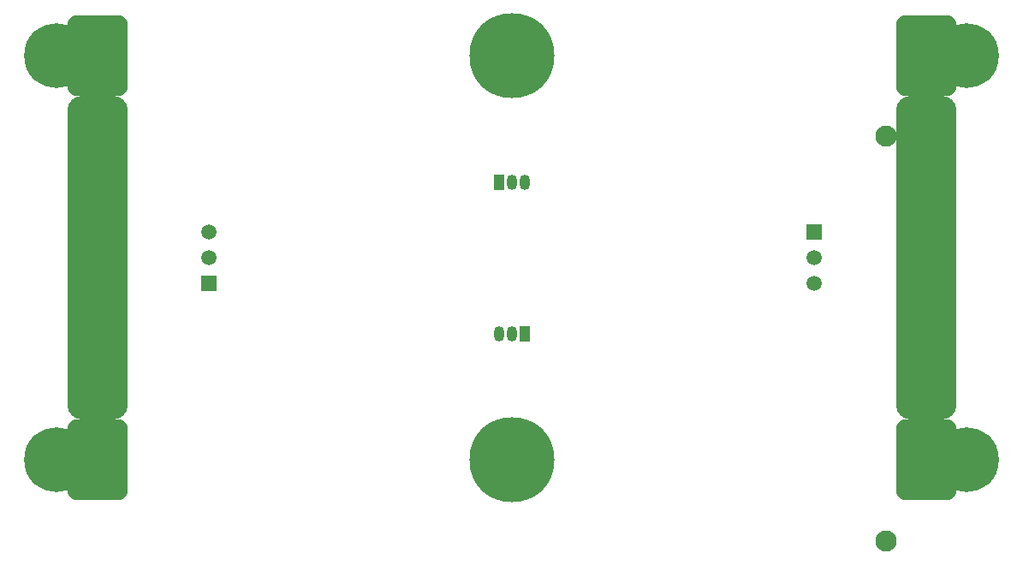
<source format=gts>
%TF.GenerationSoftware,KiCad,Pcbnew,(6.0.8)*%
%TF.CreationDate,2023-05-12T01:14:42+02:00*%
%TF.ProjectId,SMDBattHolder,534d4442-6174-4744-986f-6c6465722e6b,rev?*%
%TF.SameCoordinates,Original*%
%TF.FileFunction,Soldermask,Top*%
%TF.FilePolarity,Negative*%
%FSLAX46Y46*%
G04 Gerber Fmt 4.6, Leading zero omitted, Abs format (unit mm)*
G04 Created by KiCad (PCBNEW (6.0.8)) date 2023-05-12 01:14:42*
%MOMM*%
%LPD*%
G01*
G04 APERTURE LIST*
G04 Aperture macros list*
%AMRoundRect*
0 Rectangle with rounded corners*
0 $1 Rounding radius*
0 $2 $3 $4 $5 $6 $7 $8 $9 X,Y pos of 4 corners*
0 Add a 4 corners polygon primitive as box body*
4,1,4,$2,$3,$4,$5,$6,$7,$8,$9,$2,$3,0*
0 Add four circle primitives for the rounded corners*
1,1,$1+$1,$2,$3*
1,1,$1+$1,$4,$5*
1,1,$1+$1,$6,$7*
1,1,$1+$1,$8,$9*
0 Add four rect primitives between the rounded corners*
20,1,$1+$1,$2,$3,$4,$5,0*
20,1,$1+$1,$4,$5,$6,$7,0*
20,1,$1+$1,$6,$7,$8,$9,0*
20,1,$1+$1,$8,$9,$2,$3,0*%
G04 Aperture macros list end*
%ADD10C,6.400000*%
%ADD11C,3.600000*%
%ADD12C,2.100000*%
%ADD13R,1.500000X1.500000*%
%ADD14C,1.500000*%
%ADD15RoundRect,1.000000X-2.000000X-3.000000X2.000000X-3.000000X2.000000X3.000000X-2.000000X3.000000X0*%
%ADD16C,8.400000*%
%ADD17RoundRect,1.500000X1.500000X-14.500000X1.500000X14.500000X-1.500000X14.500000X-1.500000X-14.500000X0*%
%ADD18R,1.050000X1.500000*%
%ADD19O,1.050000X1.500000*%
G04 APERTURE END LIST*
D10*
X290000000Y-115000000D03*
D11*
X290000000Y-115000000D03*
D12*
X372000000Y-163000000D03*
D13*
X305075000Y-137545000D03*
D14*
X305075000Y-135005000D03*
X305075000Y-132465000D03*
D15*
X294000000Y-155000000D03*
X376000000Y-155000000D03*
D16*
X335000000Y-155000000D03*
D15*
X294000000Y-115000000D03*
X376000000Y-115000000D03*
D11*
X380000000Y-155000000D03*
D10*
X380000000Y-155000000D03*
D16*
X335000000Y-115000000D03*
D10*
X290000000Y-155000000D03*
D11*
X290000000Y-155000000D03*
D12*
X372000000Y-123000000D03*
D10*
X380000000Y-115000000D03*
D11*
X380000000Y-115000000D03*
D13*
X364925000Y-132455000D03*
D14*
X364925000Y-134995000D03*
X364925000Y-137535000D03*
D17*
X294000000Y-135000000D03*
X376000000Y-135000000D03*
D18*
X333730000Y-127500000D03*
D19*
X335000000Y-127500000D03*
X336270000Y-127500000D03*
D18*
X336250000Y-142500000D03*
D19*
X334980000Y-142500000D03*
X333710000Y-142500000D03*
M02*

</source>
